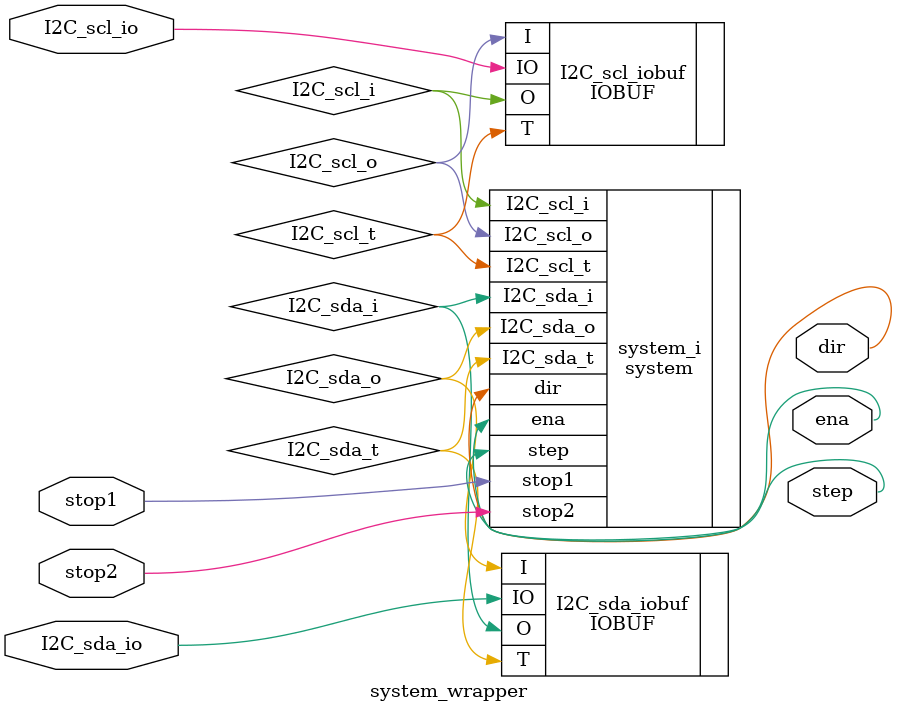
<source format=v>
`timescale 1 ps / 1 ps

module system_wrapper
   (I2C_scl_io,
    I2C_sda_io,
    dir,
    ena,
    step,
    stop1,
    stop2);
  inout I2C_scl_io;
  inout I2C_sda_io;
  output dir;
  output ena;
  output step;
  input stop1;
  input stop2;

  wire I2C_scl_i;
  wire I2C_scl_io;
  wire I2C_scl_o;
  wire I2C_scl_t;
  wire I2C_sda_i;
  wire I2C_sda_io;
  wire I2C_sda_o;
  wire I2C_sda_t;
  wire dir;
  wire ena;
  wire step;
  wire stop1;
  wire stop2;

  IOBUF I2C_scl_iobuf
       (.I(I2C_scl_o),
        .IO(I2C_scl_io),
        .O(I2C_scl_i),
        .T(I2C_scl_t));
  IOBUF I2C_sda_iobuf
       (.I(I2C_sda_o),
        .IO(I2C_sda_io),
        .O(I2C_sda_i),
        .T(I2C_sda_t));
  system system_i
       (.I2C_scl_i(I2C_scl_i),
        .I2C_scl_o(I2C_scl_o),
        .I2C_scl_t(I2C_scl_t),
        .I2C_sda_i(I2C_sda_i),
        .I2C_sda_o(I2C_sda_o),
        .I2C_sda_t(I2C_sda_t),
        .dir(dir),
        .ena(ena),
        .step(step),
        .stop1(stop1),
        .stop2(stop2));
endmodule

</source>
